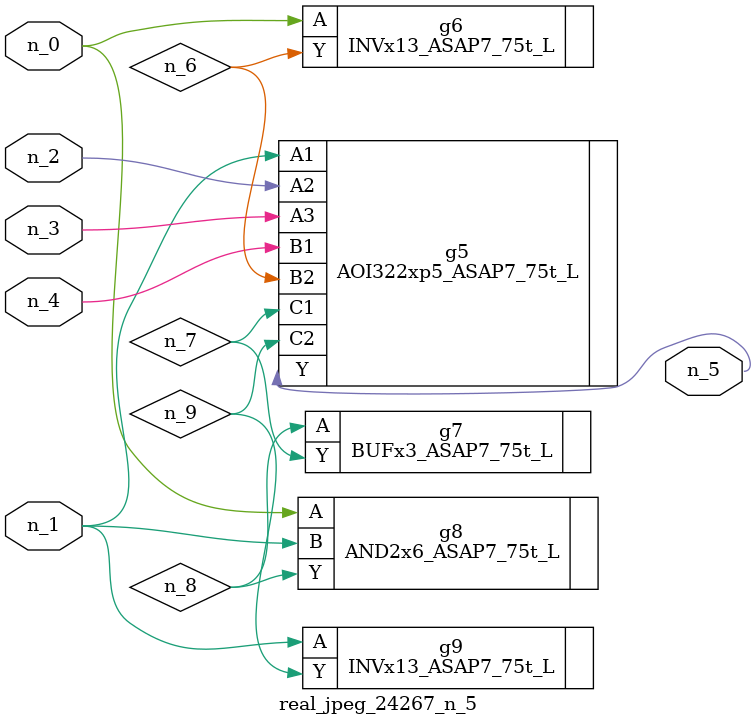
<source format=v>
module real_jpeg_24267_n_5 (n_4, n_0, n_1, n_2, n_3, n_5);

input n_4;
input n_0;
input n_1;
input n_2;
input n_3;

output n_5;

wire n_8;
wire n_6;
wire n_7;
wire n_9;

INVx13_ASAP7_75t_L g6 ( 
.A(n_0),
.Y(n_6)
);

AND2x6_ASAP7_75t_L g8 ( 
.A(n_0),
.B(n_1),
.Y(n_8)
);

AOI322xp5_ASAP7_75t_L g5 ( 
.A1(n_1),
.A2(n_2),
.A3(n_3),
.B1(n_4),
.B2(n_6),
.C1(n_7),
.C2(n_9),
.Y(n_5)
);

INVx13_ASAP7_75t_L g9 ( 
.A(n_1),
.Y(n_9)
);

BUFx3_ASAP7_75t_L g7 ( 
.A(n_8),
.Y(n_7)
);


endmodule
</source>
